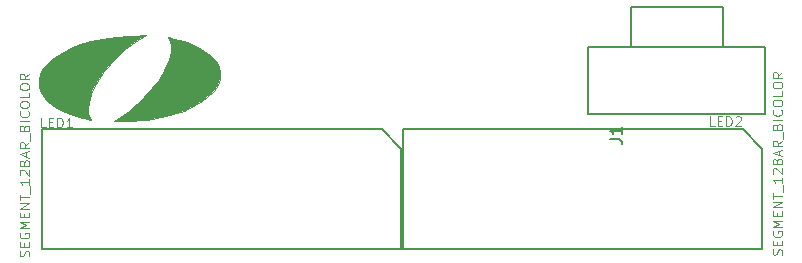
<source format=gto>
G04 #@! TF.GenerationSoftware,KiCad,Pcbnew,5.0.2-bee76a0~70~ubuntu18.04.1*
G04 #@! TF.CreationDate,2019-03-14T11:27:35-04:00*
G04 #@! TF.ProjectId,Backpack,4261636b-7061-4636-9b2e-6b696361645f,rev?*
G04 #@! TF.SameCoordinates,Original*
G04 #@! TF.FileFunction,Legend,Top*
G04 #@! TF.FilePolarity,Positive*
%FSLAX46Y46*%
G04 Gerber Fmt 4.6, Leading zero omitted, Abs format (unit mm)*
G04 Created by KiCad (PCBNEW 5.0.2-bee76a0~70~ubuntu18.04.1) date Thu 14 Mar 2019 11:27:35 AM EDT*
%MOMM*%
%LPD*%
G01*
G04 APERTURE LIST*
%ADD10C,0.150000*%
%ADD11C,0.127000*%
%ADD12C,0.010000*%
%ADD13C,0.076200*%
G04 APERTURE END LIST*
D10*
G04 #@! TO.C,J1*
X120676500Y-21456000D02*
X120676500Y-18146000D01*
X120676500Y-18146000D02*
X112876500Y-18146000D01*
X112876500Y-18146000D02*
X112876500Y-21456000D01*
X109276500Y-21456000D02*
X109276500Y-27178000D01*
X124276500Y-21456000D02*
X124276500Y-27178000D01*
X109276500Y-21456000D02*
X124276500Y-21456000D01*
X109276500Y-27178000D02*
X124276500Y-27178000D01*
D11*
G04 #@! TO.C,LED1*
X63032640Y-28478480D02*
X63032640Y-38577520D01*
X63032640Y-38577520D02*
X93431360Y-38577520D01*
X93431360Y-38577520D02*
X93431360Y-30124400D01*
X93431360Y-30124400D02*
X91805760Y-28478480D01*
X91805760Y-28478480D02*
X63032640Y-28478480D01*
G04 #@! TO.C,LED2*
X122412760Y-28478480D02*
X93639640Y-28478480D01*
X124038360Y-30124400D02*
X122412760Y-28478480D01*
X124038360Y-38577520D02*
X124038360Y-30124400D01*
X93639640Y-38577520D02*
X124038360Y-38577520D01*
X93639640Y-28478480D02*
X93639640Y-38577520D01*
D12*
G04 #@! TO.C,G\002A\002A\002A*
G36*
X71147070Y-20942274D02*
X70655169Y-21272709D01*
X70108346Y-21706095D01*
X69547000Y-22205427D01*
X69011529Y-22733700D01*
X68542333Y-23253909D01*
X68321963Y-23530069D01*
X67864696Y-24196664D01*
X67491857Y-24862545D01*
X67209473Y-25508052D01*
X67023570Y-26113523D01*
X66940175Y-26659297D01*
X66965313Y-27125711D01*
X67105011Y-27493104D01*
X67106549Y-27495500D01*
X67188728Y-27633194D01*
X67206119Y-27681837D01*
X67119643Y-27660085D01*
X66906768Y-27605169D01*
X66604916Y-27526766D01*
X66421000Y-27478827D01*
X65428197Y-27177284D01*
X64595883Y-26831854D01*
X63920425Y-26440339D01*
X63398192Y-26000543D01*
X63025551Y-25510266D01*
X62957140Y-25383176D01*
X62775408Y-24852433D01*
X62753747Y-24327032D01*
X62882897Y-23812726D01*
X63153597Y-23315269D01*
X63556584Y-22840415D01*
X64082599Y-22393918D01*
X64722380Y-21981531D01*
X65466666Y-21609009D01*
X66306195Y-21282106D01*
X67231707Y-21006574D01*
X68233940Y-20788169D01*
X69303633Y-20632645D01*
X70431526Y-20545754D01*
X70761482Y-20534382D01*
X71884631Y-20506215D01*
X71147070Y-20942274D01*
X71147070Y-20942274D01*
G37*
X71147070Y-20942274D02*
X70655169Y-21272709D01*
X70108346Y-21706095D01*
X69547000Y-22205427D01*
X69011529Y-22733700D01*
X68542333Y-23253909D01*
X68321963Y-23530069D01*
X67864696Y-24196664D01*
X67491857Y-24862545D01*
X67209473Y-25508052D01*
X67023570Y-26113523D01*
X66940175Y-26659297D01*
X66965313Y-27125711D01*
X67105011Y-27493104D01*
X67106549Y-27495500D01*
X67188728Y-27633194D01*
X67206119Y-27681837D01*
X67119643Y-27660085D01*
X66906768Y-27605169D01*
X66604916Y-27526766D01*
X66421000Y-27478827D01*
X65428197Y-27177284D01*
X64595883Y-26831854D01*
X63920425Y-26440339D01*
X63398192Y-26000543D01*
X63025551Y-25510266D01*
X62957140Y-25383176D01*
X62775408Y-24852433D01*
X62753747Y-24327032D01*
X62882897Y-23812726D01*
X63153597Y-23315269D01*
X63556584Y-22840415D01*
X64082599Y-22393918D01*
X64722380Y-21981531D01*
X65466666Y-21609009D01*
X66306195Y-21282106D01*
X67231707Y-21006574D01*
X68233940Y-20788169D01*
X69303633Y-20632645D01*
X70431526Y-20545754D01*
X70761482Y-20534382D01*
X71884631Y-20506215D01*
X71147070Y-20942274D01*
G36*
X73800983Y-20686857D02*
X73951457Y-20726871D01*
X74217628Y-20795176D01*
X74550829Y-20879325D01*
X74676000Y-20910647D01*
X75308523Y-21104588D01*
X75947166Y-21364634D01*
X76545709Y-21667926D01*
X77057928Y-21991601D01*
X77364464Y-22240369D01*
X77785728Y-22723450D01*
X78045210Y-23220295D01*
X78149208Y-23724117D01*
X78104021Y-24228128D01*
X77915949Y-24725541D01*
X77591290Y-25209569D01*
X77136343Y-25673426D01*
X76557408Y-26110324D01*
X75860783Y-26513476D01*
X75052767Y-26876096D01*
X74139660Y-27191395D01*
X73127759Y-27452588D01*
X72395525Y-27594298D01*
X71937989Y-27667873D01*
X71621227Y-27708252D01*
X71420288Y-27717026D01*
X71310225Y-27695783D01*
X71274988Y-27665688D01*
X71216074Y-27611928D01*
X71205963Y-27655733D01*
X71124319Y-27715404D01*
X70895525Y-27754973D01*
X70675500Y-27767838D01*
X70308619Y-27779054D01*
X69937467Y-27791266D01*
X69744142Y-27798106D01*
X69509824Y-27795314D01*
X69364863Y-27771498D01*
X69341975Y-27752157D01*
X69276294Y-27722379D01*
X69193834Y-27737997D01*
X69186337Y-27724862D01*
X69303123Y-27647153D01*
X69519598Y-27520985D01*
X69556718Y-27500227D01*
X70349052Y-26990140D01*
X71131964Y-26343576D01*
X71714472Y-25770766D01*
X72391545Y-25005263D01*
X72936075Y-24259663D01*
X73374751Y-23496256D01*
X73484149Y-23270085D01*
X73772204Y-22564034D01*
X73930957Y-21958650D01*
X73961305Y-21446335D01*
X73864150Y-21019492D01*
X73771505Y-20841181D01*
X73692494Y-20702595D01*
X73716577Y-20667775D01*
X73800983Y-20686857D01*
X73800983Y-20686857D01*
G37*
X73800983Y-20686857D02*
X73951457Y-20726871D01*
X74217628Y-20795176D01*
X74550829Y-20879325D01*
X74676000Y-20910647D01*
X75308523Y-21104588D01*
X75947166Y-21364634D01*
X76545709Y-21667926D01*
X77057928Y-21991601D01*
X77364464Y-22240369D01*
X77785728Y-22723450D01*
X78045210Y-23220295D01*
X78149208Y-23724117D01*
X78104021Y-24228128D01*
X77915949Y-24725541D01*
X77591290Y-25209569D01*
X77136343Y-25673426D01*
X76557408Y-26110324D01*
X75860783Y-26513476D01*
X75052767Y-26876096D01*
X74139660Y-27191395D01*
X73127759Y-27452588D01*
X72395525Y-27594298D01*
X71937989Y-27667873D01*
X71621227Y-27708252D01*
X71420288Y-27717026D01*
X71310225Y-27695783D01*
X71274988Y-27665688D01*
X71216074Y-27611928D01*
X71205963Y-27655733D01*
X71124319Y-27715404D01*
X70895525Y-27754973D01*
X70675500Y-27767838D01*
X70308619Y-27779054D01*
X69937467Y-27791266D01*
X69744142Y-27798106D01*
X69509824Y-27795314D01*
X69364863Y-27771498D01*
X69341975Y-27752157D01*
X69276294Y-27722379D01*
X69193834Y-27737997D01*
X69186337Y-27724862D01*
X69303123Y-27647153D01*
X69519598Y-27520985D01*
X69556718Y-27500227D01*
X70349052Y-26990140D01*
X71131964Y-26343576D01*
X71714472Y-25770766D01*
X72391545Y-25005263D01*
X72936075Y-24259663D01*
X73374751Y-23496256D01*
X73484149Y-23270085D01*
X73772204Y-22564034D01*
X73930957Y-21958650D01*
X73961305Y-21446335D01*
X73864150Y-21019492D01*
X73771505Y-20841181D01*
X73692494Y-20702595D01*
X73716577Y-20667775D01*
X73800983Y-20686857D01*
G04 #@! TO.C,J1*
D10*
X111148880Y-29289333D02*
X111863166Y-29289333D01*
X112006023Y-29336952D01*
X112101261Y-29432190D01*
X112148880Y-29575047D01*
X112148880Y-29670285D01*
X112148880Y-28289333D02*
X112148880Y-28860761D01*
X112148880Y-28575047D02*
X111148880Y-28575047D01*
X111291738Y-28670285D01*
X111386976Y-28765523D01*
X111434595Y-28860761D01*
G04 #@! TO.C,LED1*
D13*
X63352438Y-28307695D02*
X62965390Y-28307695D01*
X62965390Y-27494895D01*
X63623371Y-27881942D02*
X63894304Y-27881942D01*
X64010419Y-28307695D02*
X63623371Y-28307695D01*
X63623371Y-27494895D01*
X64010419Y-27494895D01*
X64358761Y-28307695D02*
X64358761Y-27494895D01*
X64552285Y-27494895D01*
X64668400Y-27533600D01*
X64745809Y-27611009D01*
X64784514Y-27688419D01*
X64823219Y-27843238D01*
X64823219Y-27959352D01*
X64784514Y-28114171D01*
X64745809Y-28191580D01*
X64668400Y-28268990D01*
X64552285Y-28307695D01*
X64358761Y-28307695D01*
X65597314Y-28307695D02*
X65132857Y-28307695D01*
X65365085Y-28307695D02*
X65365085Y-27494895D01*
X65287676Y-27611009D01*
X65210266Y-27688419D01*
X65132857Y-27727123D01*
X61923990Y-39217600D02*
X61962695Y-39101485D01*
X61962695Y-38907961D01*
X61923990Y-38830552D01*
X61885285Y-38791847D01*
X61807876Y-38753142D01*
X61730466Y-38753142D01*
X61653057Y-38791847D01*
X61614352Y-38830552D01*
X61575647Y-38907961D01*
X61536942Y-39062780D01*
X61498238Y-39140190D01*
X61459533Y-39178895D01*
X61382123Y-39217600D01*
X61304714Y-39217600D01*
X61227304Y-39178895D01*
X61188600Y-39140190D01*
X61149895Y-39062780D01*
X61149895Y-38869257D01*
X61188600Y-38753142D01*
X61536942Y-38404800D02*
X61536942Y-38133866D01*
X61962695Y-38017752D02*
X61962695Y-38404800D01*
X61149895Y-38404800D01*
X61149895Y-38017752D01*
X61188600Y-37243657D02*
X61149895Y-37321066D01*
X61149895Y-37437180D01*
X61188600Y-37553295D01*
X61266009Y-37630704D01*
X61343419Y-37669409D01*
X61498238Y-37708114D01*
X61614352Y-37708114D01*
X61769171Y-37669409D01*
X61846580Y-37630704D01*
X61923990Y-37553295D01*
X61962695Y-37437180D01*
X61962695Y-37359771D01*
X61923990Y-37243657D01*
X61885285Y-37204952D01*
X61614352Y-37204952D01*
X61614352Y-37359771D01*
X61962695Y-36856609D02*
X61149895Y-36856609D01*
X61730466Y-36585676D01*
X61149895Y-36314742D01*
X61962695Y-36314742D01*
X61536942Y-35927695D02*
X61536942Y-35656761D01*
X61962695Y-35540647D02*
X61962695Y-35927695D01*
X61149895Y-35927695D01*
X61149895Y-35540647D01*
X61962695Y-35192304D02*
X61149895Y-35192304D01*
X61962695Y-34727847D01*
X61149895Y-34727847D01*
X61149895Y-34456914D02*
X61149895Y-33992457D01*
X61962695Y-34224685D02*
X61149895Y-34224685D01*
X62040104Y-33915047D02*
X62040104Y-33295771D01*
X61962695Y-32676495D02*
X61962695Y-33140952D01*
X61962695Y-32908723D02*
X61149895Y-32908723D01*
X61266009Y-32986133D01*
X61343419Y-33063542D01*
X61382123Y-33140952D01*
X61227304Y-32366857D02*
X61188600Y-32328152D01*
X61149895Y-32250742D01*
X61149895Y-32057219D01*
X61188600Y-31979809D01*
X61227304Y-31941104D01*
X61304714Y-31902400D01*
X61382123Y-31902400D01*
X61498238Y-31941104D01*
X61962695Y-32405561D01*
X61962695Y-31902400D01*
X61536942Y-31283123D02*
X61575647Y-31167009D01*
X61614352Y-31128304D01*
X61691761Y-31089600D01*
X61807876Y-31089600D01*
X61885285Y-31128304D01*
X61923990Y-31167009D01*
X61962695Y-31244419D01*
X61962695Y-31554057D01*
X61149895Y-31554057D01*
X61149895Y-31283123D01*
X61188600Y-31205714D01*
X61227304Y-31167009D01*
X61304714Y-31128304D01*
X61382123Y-31128304D01*
X61459533Y-31167009D01*
X61498238Y-31205714D01*
X61536942Y-31283123D01*
X61536942Y-31554057D01*
X61730466Y-30779961D02*
X61730466Y-30392914D01*
X61962695Y-30857371D02*
X61149895Y-30586438D01*
X61962695Y-30315504D01*
X61962695Y-29580114D02*
X61575647Y-29851047D01*
X61962695Y-30044571D02*
X61149895Y-30044571D01*
X61149895Y-29734933D01*
X61188600Y-29657523D01*
X61227304Y-29618819D01*
X61304714Y-29580114D01*
X61420828Y-29580114D01*
X61498238Y-29618819D01*
X61536942Y-29657523D01*
X61575647Y-29734933D01*
X61575647Y-30044571D01*
X62040104Y-29425295D02*
X62040104Y-28806019D01*
X61536942Y-28341561D02*
X61575647Y-28225447D01*
X61614352Y-28186742D01*
X61691761Y-28148038D01*
X61807876Y-28148038D01*
X61885285Y-28186742D01*
X61923990Y-28225447D01*
X61962695Y-28302857D01*
X61962695Y-28612495D01*
X61149895Y-28612495D01*
X61149895Y-28341561D01*
X61188600Y-28264152D01*
X61227304Y-28225447D01*
X61304714Y-28186742D01*
X61382123Y-28186742D01*
X61459533Y-28225447D01*
X61498238Y-28264152D01*
X61536942Y-28341561D01*
X61536942Y-28612495D01*
X61962695Y-27799695D02*
X61149895Y-27799695D01*
X61885285Y-26948190D02*
X61923990Y-26986895D01*
X61962695Y-27103009D01*
X61962695Y-27180419D01*
X61923990Y-27296533D01*
X61846580Y-27373942D01*
X61769171Y-27412647D01*
X61614352Y-27451352D01*
X61498238Y-27451352D01*
X61343419Y-27412647D01*
X61266009Y-27373942D01*
X61188600Y-27296533D01*
X61149895Y-27180419D01*
X61149895Y-27103009D01*
X61188600Y-26986895D01*
X61227304Y-26948190D01*
X61149895Y-26445028D02*
X61149895Y-26290209D01*
X61188600Y-26212800D01*
X61266009Y-26135390D01*
X61420828Y-26096685D01*
X61691761Y-26096685D01*
X61846580Y-26135390D01*
X61923990Y-26212800D01*
X61962695Y-26290209D01*
X61962695Y-26445028D01*
X61923990Y-26522438D01*
X61846580Y-26599847D01*
X61691761Y-26638552D01*
X61420828Y-26638552D01*
X61266009Y-26599847D01*
X61188600Y-26522438D01*
X61149895Y-26445028D01*
X61962695Y-25361295D02*
X61962695Y-25748342D01*
X61149895Y-25748342D01*
X61149895Y-24935542D02*
X61149895Y-24780723D01*
X61188600Y-24703314D01*
X61266009Y-24625904D01*
X61420828Y-24587200D01*
X61691761Y-24587200D01*
X61846580Y-24625904D01*
X61923990Y-24703314D01*
X61962695Y-24780723D01*
X61962695Y-24935542D01*
X61923990Y-25012952D01*
X61846580Y-25090361D01*
X61691761Y-25129066D01*
X61420828Y-25129066D01*
X61266009Y-25090361D01*
X61188600Y-25012952D01*
X61149895Y-24935542D01*
X61962695Y-23774400D02*
X61575647Y-24045333D01*
X61962695Y-24238857D02*
X61149895Y-24238857D01*
X61149895Y-23929219D01*
X61188600Y-23851809D01*
X61227304Y-23813104D01*
X61304714Y-23774400D01*
X61420828Y-23774400D01*
X61498238Y-23813104D01*
X61536942Y-23851809D01*
X61575647Y-23929219D01*
X61575647Y-24238857D01*
G04 #@! TO.C,LED2*
X119994438Y-28180695D02*
X119607390Y-28180695D01*
X119607390Y-27367895D01*
X120265371Y-27754942D02*
X120536304Y-27754942D01*
X120652419Y-28180695D02*
X120265371Y-28180695D01*
X120265371Y-27367895D01*
X120652419Y-27367895D01*
X121000761Y-28180695D02*
X121000761Y-27367895D01*
X121194285Y-27367895D01*
X121310400Y-27406600D01*
X121387809Y-27484009D01*
X121426514Y-27561419D01*
X121465219Y-27716238D01*
X121465219Y-27832352D01*
X121426514Y-27987171D01*
X121387809Y-28064580D01*
X121310400Y-28141990D01*
X121194285Y-28180695D01*
X121000761Y-28180695D01*
X121774857Y-27445304D02*
X121813561Y-27406600D01*
X121890971Y-27367895D01*
X122084495Y-27367895D01*
X122161904Y-27406600D01*
X122200609Y-27445304D01*
X122239314Y-27522714D01*
X122239314Y-27600123D01*
X122200609Y-27716238D01*
X121736152Y-28180695D01*
X122239314Y-28180695D01*
X125677990Y-39090600D02*
X125716695Y-38974485D01*
X125716695Y-38780961D01*
X125677990Y-38703552D01*
X125639285Y-38664847D01*
X125561876Y-38626142D01*
X125484466Y-38626142D01*
X125407057Y-38664847D01*
X125368352Y-38703552D01*
X125329647Y-38780961D01*
X125290942Y-38935780D01*
X125252238Y-39013190D01*
X125213533Y-39051895D01*
X125136123Y-39090600D01*
X125058714Y-39090600D01*
X124981304Y-39051895D01*
X124942600Y-39013190D01*
X124903895Y-38935780D01*
X124903895Y-38742257D01*
X124942600Y-38626142D01*
X125290942Y-38277800D02*
X125290942Y-38006866D01*
X125716695Y-37890752D02*
X125716695Y-38277800D01*
X124903895Y-38277800D01*
X124903895Y-37890752D01*
X124942600Y-37116657D02*
X124903895Y-37194066D01*
X124903895Y-37310180D01*
X124942600Y-37426295D01*
X125020009Y-37503704D01*
X125097419Y-37542409D01*
X125252238Y-37581114D01*
X125368352Y-37581114D01*
X125523171Y-37542409D01*
X125600580Y-37503704D01*
X125677990Y-37426295D01*
X125716695Y-37310180D01*
X125716695Y-37232771D01*
X125677990Y-37116657D01*
X125639285Y-37077952D01*
X125368352Y-37077952D01*
X125368352Y-37232771D01*
X125716695Y-36729609D02*
X124903895Y-36729609D01*
X125484466Y-36458676D01*
X124903895Y-36187742D01*
X125716695Y-36187742D01*
X125290942Y-35800695D02*
X125290942Y-35529761D01*
X125716695Y-35413647D02*
X125716695Y-35800695D01*
X124903895Y-35800695D01*
X124903895Y-35413647D01*
X125716695Y-35065304D02*
X124903895Y-35065304D01*
X125716695Y-34600847D01*
X124903895Y-34600847D01*
X124903895Y-34329914D02*
X124903895Y-33865457D01*
X125716695Y-34097685D02*
X124903895Y-34097685D01*
X125794104Y-33788047D02*
X125794104Y-33168771D01*
X125716695Y-32549495D02*
X125716695Y-33013952D01*
X125716695Y-32781723D02*
X124903895Y-32781723D01*
X125020009Y-32859133D01*
X125097419Y-32936542D01*
X125136123Y-33013952D01*
X124981304Y-32239857D02*
X124942600Y-32201152D01*
X124903895Y-32123742D01*
X124903895Y-31930219D01*
X124942600Y-31852809D01*
X124981304Y-31814104D01*
X125058714Y-31775400D01*
X125136123Y-31775400D01*
X125252238Y-31814104D01*
X125716695Y-32278561D01*
X125716695Y-31775400D01*
X125290942Y-31156123D02*
X125329647Y-31040009D01*
X125368352Y-31001304D01*
X125445761Y-30962600D01*
X125561876Y-30962600D01*
X125639285Y-31001304D01*
X125677990Y-31040009D01*
X125716695Y-31117419D01*
X125716695Y-31427057D01*
X124903895Y-31427057D01*
X124903895Y-31156123D01*
X124942600Y-31078714D01*
X124981304Y-31040009D01*
X125058714Y-31001304D01*
X125136123Y-31001304D01*
X125213533Y-31040009D01*
X125252238Y-31078714D01*
X125290942Y-31156123D01*
X125290942Y-31427057D01*
X125484466Y-30652961D02*
X125484466Y-30265914D01*
X125716695Y-30730371D02*
X124903895Y-30459438D01*
X125716695Y-30188504D01*
X125716695Y-29453114D02*
X125329647Y-29724047D01*
X125716695Y-29917571D02*
X124903895Y-29917571D01*
X124903895Y-29607933D01*
X124942600Y-29530523D01*
X124981304Y-29491819D01*
X125058714Y-29453114D01*
X125174828Y-29453114D01*
X125252238Y-29491819D01*
X125290942Y-29530523D01*
X125329647Y-29607933D01*
X125329647Y-29917571D01*
X125794104Y-29298295D02*
X125794104Y-28679019D01*
X125290942Y-28214561D02*
X125329647Y-28098447D01*
X125368352Y-28059742D01*
X125445761Y-28021038D01*
X125561876Y-28021038D01*
X125639285Y-28059742D01*
X125677990Y-28098447D01*
X125716695Y-28175857D01*
X125716695Y-28485495D01*
X124903895Y-28485495D01*
X124903895Y-28214561D01*
X124942600Y-28137152D01*
X124981304Y-28098447D01*
X125058714Y-28059742D01*
X125136123Y-28059742D01*
X125213533Y-28098447D01*
X125252238Y-28137152D01*
X125290942Y-28214561D01*
X125290942Y-28485495D01*
X125716695Y-27672695D02*
X124903895Y-27672695D01*
X125639285Y-26821190D02*
X125677990Y-26859895D01*
X125716695Y-26976009D01*
X125716695Y-27053419D01*
X125677990Y-27169533D01*
X125600580Y-27246942D01*
X125523171Y-27285647D01*
X125368352Y-27324352D01*
X125252238Y-27324352D01*
X125097419Y-27285647D01*
X125020009Y-27246942D01*
X124942600Y-27169533D01*
X124903895Y-27053419D01*
X124903895Y-26976009D01*
X124942600Y-26859895D01*
X124981304Y-26821190D01*
X124903895Y-26318028D02*
X124903895Y-26163209D01*
X124942600Y-26085800D01*
X125020009Y-26008390D01*
X125174828Y-25969685D01*
X125445761Y-25969685D01*
X125600580Y-26008390D01*
X125677990Y-26085800D01*
X125716695Y-26163209D01*
X125716695Y-26318028D01*
X125677990Y-26395438D01*
X125600580Y-26472847D01*
X125445761Y-26511552D01*
X125174828Y-26511552D01*
X125020009Y-26472847D01*
X124942600Y-26395438D01*
X124903895Y-26318028D01*
X125716695Y-25234295D02*
X125716695Y-25621342D01*
X124903895Y-25621342D01*
X124903895Y-24808542D02*
X124903895Y-24653723D01*
X124942600Y-24576314D01*
X125020009Y-24498904D01*
X125174828Y-24460200D01*
X125445761Y-24460200D01*
X125600580Y-24498904D01*
X125677990Y-24576314D01*
X125716695Y-24653723D01*
X125716695Y-24808542D01*
X125677990Y-24885952D01*
X125600580Y-24963361D01*
X125445761Y-25002066D01*
X125174828Y-25002066D01*
X125020009Y-24963361D01*
X124942600Y-24885952D01*
X124903895Y-24808542D01*
X125716695Y-23647400D02*
X125329647Y-23918333D01*
X125716695Y-24111857D02*
X124903895Y-24111857D01*
X124903895Y-23802219D01*
X124942600Y-23724809D01*
X124981304Y-23686104D01*
X125058714Y-23647400D01*
X125174828Y-23647400D01*
X125252238Y-23686104D01*
X125290942Y-23724809D01*
X125329647Y-23802219D01*
X125329647Y-24111857D01*
G04 #@! TD*
M02*

</source>
